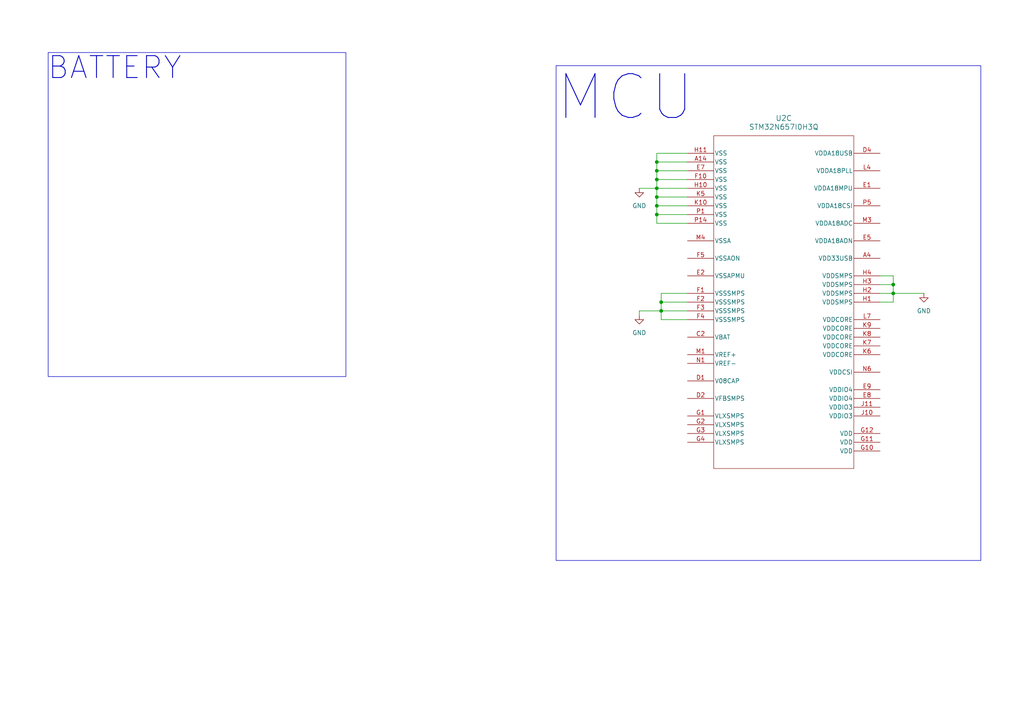
<source format=kicad_sch>
(kicad_sch (version 20250114) (generator "eeschema") (generator_version "9.0")
  (paper "A4")
  (lib_symbols
    (symbol "CustomFootPrints:STM32N657I0H3Q" (pin_names (offset 0.254))
      (property "Reference" "U" (at 0 80.01 0))
      (property "Value" "STM32N657I0H3Q" (at 0 77.47 0))
      (symbol "STM32N657I0H3Q_1_1"
        (polyline (pts (xy -20.32 74.93) (xy -20.32 -69.85)) (stroke (width 0.127)))
        (polyline (pts (xy -20.32 -69.85) (xy 20.32 -69.85)) (stroke (width 0.127)))
        (polyline (pts (xy 20.32 74.93) (xy -20.32 74.93)) (stroke (width 0.127)))
        (polyline (pts (xy 20.32 -69.85) (xy 20.32 74.93)) (stroke (width 0.127)))
        (pin bidirectional line (at -27.94 69.85 0) (length 7.62) (name "PA0") (number "P10"))
        (pin bidirectional line (at -27.94 67.31 0) (length 7.62) (name "PA1") (number "L9"))
        (pin bidirectional line (at -27.94 64.77 0) (length 7.62) (name "PA2") (number "N8"))
        (pin bidirectional line (at -27.94 62.23 0) (length 7.62) (name "PA3") (number "K11"))
        (pin bidirectional line (at -27.94 59.69 0) (length 7.62) (name "PA5") (number "M8"))
        (pin bidirectional line (at -27.94 57.15 0) (length 7.62) (name "PA6") (number "L8"))
        (pin bidirectional line (at -27.94 54.61 0) (length 7.62) (name "PA7") (number "P12"))
        (pin bidirectional line (at -27.94 52.07 0) (length 7.62) (name "PA8") (number "P8"))
        (pin bidirectional line (at -27.94 49.53 0) (length 7.62) (name "PA9") (number "M7"))
        (pin bidirectional line (at -27.94 46.99 0) (length 7.62) (name "PA10") (number "N7"))
        (pin bidirectional line (at -27.94 44.45 0) (length 7.62) (name "PA11") (number "M6"))
        (pin bidirectional line (at -27.94 41.91 0) (length 7.62) (name "PA12") (number "L6"))
        (pin bidirectional line (at -27.94 39.37 0) (length 7.62) (name "PA13") (number "P7"))
        (pin bidirectional line (at -27.94 36.83 0) (length 7.62) (name "PA14") (number "P6"))
        (pin bidirectional line (at -27.94 34.29 0) (length 7.62) (name "PA15") (number "N12"))
        (pin bidirectional line (at -27.94 29.21 0) (length 7.62) (name "PB0") (number "G14"))
        (pin bidirectional line (at -27.94 26.67 0) (length 7.62) (name "PB2") (number "E13"))
        (pin bidirectional line (at -27.94 24.13 0) (length 7.62) (name "PB3") (number "E12"))
        (pin bidirectional line (at -27.94 21.59 0) (length 7.62) (name "PB4") (number "L11"))
        (pin bidirectional line (at -27.94 19.05 0) (length 7.62) (name "PB5") (number "M11"))
        (pin bidirectional line (at -27.94 16.51 0) (length 7.62) (name "PB6") (number "H14"))
        (pin bidirectional line (at -27.94 13.97 0) (length 7.62) (name "PB7") (number "H13"))
        (pin bidirectional line (at -27.94 11.43 0) (length 7.62) (name "PB10") (number "P11"))
        (pin bidirectional line (at -27.94 8.89 0) (length 7.62) (name "PB11") (number "L10"))
        (pin bidirectional line (at -27.94 6.35 0) (length 7.62) (name "PB12") (number "M10"))
        (pin bidirectional line (at -27.94 1.27 0) (length 7.62) (name "PC1") (number "B8"))
        (pin bidirectional line (at -27.94 -1.27 0) (length 7.62) (name "PC6") (number "A8"))
        (pin bidirectional line (at -27.94 -3.81 0) (length 7.62) (name "PC7") (number "A9"))
        (pin bidirectional line (at -27.94 -6.35 0) (length 7.62) (name "PC8") (number "C6"))
        (pin bidirectional line (at -27.94 -8.89 0) (length 7.62) (name "PC9") (number "D6"))
        (pin bidirectional line (at -27.94 -11.43 0) (length 7.62) (name "PC10") (number "D8"))
        (pin bidirectional line (at -27.94 -13.97 0) (length 7.62) (name "PC11") (number "C7"))
        (pin bidirectional line (at -27.94 -16.51 0) (length 7.62) (name "PC12") (number "D7"))
        (pin bidirectional line (at -27.94 -19.05 0) (length 7.62) (name "PC13") (number "C3"))
        (pin bidirectional line (at -27.94 -21.59 0) (length 7.62) (name "PD1") (number "B12"))
        (pin bidirectional line (at -27.94 -24.13 0) (length 7.62) (name "PE13") (number "C10"))
        (pin bidirectional line (at -27.94 -29.21 0) (length 7.62) (name "PD0") (number "A12"))
        (pin bidirectional line (at -27.94 -31.75 0) (length 7.62) (name "PD2") (number "E10"))
        (pin bidirectional line (at -27.94 -34.29 0) (length 7.62) (name "PD3") (number "A13"))
        (pin bidirectional line (at -27.94 -36.83 0) (length 7.62) (name "PD4") (number "B13"))
        (pin bidirectional line (at -27.94 -39.37 0) (length 7.62) (name "PD5") (number "D14"))
        (pin bidirectional line (at -27.94 -41.91 0) (length 7.62) (name "PD6") (number "A11"))
        (pin bidirectional line (at -27.94 -44.45 0) (length 7.62) (name "PD7") (number "B11"))
        (pin bidirectional line (at -27.94 -46.99 0) (length 7.62) (name "PD8") (number "D13"))
        (pin bidirectional line (at -27.94 -49.53 0) (length 7.62) (name "PD9") (number "H12"))
        (pin bidirectional line (at -27.94 -52.07 0) (length 7.62) (name "PD10") (number "C11"))
        (pin bidirectional line (at -27.94 -54.61 0) (length 7.62) (name "PD11") (number "F11"))
        (pin bidirectional line (at -27.94 -57.15 0) (length 7.62) (name "PD12") (number "E11"))
        (pin bidirectional line (at -27.94 -59.69 0) (length 7.62) (name "PD13") (number "E14"))
        (pin bidirectional line (at -27.94 -62.23 0) (length 7.62) (name "PD14") (number "D12"))
        (pin bidirectional line (at -27.94 -64.77 0) (length 7.62) (name "PD15") (number "C12"))
        (pin bidirectional line (at 27.94 41.91 180) (length 7.62) (name "PH9") (number "C8"))
        (pin bidirectional line (at 27.94 39.37 180) (length 7.62) (name "PH2") (number "E6"))
        (pin bidirectional line (at 27.94 36.83 180) (length 7.62) (name "PH1-OSC_OUT") (number "A7"))
        (pin bidirectional line (at 27.94 34.29 180) (length 7.62) (name "PH0-OSC_IN") (number "B7"))
        (pin bidirectional line (at 27.94 29.21 180) (length 7.62) (name "PG15") (number "M5"))
        (pin bidirectional line (at 27.94 26.67 180) (length 7.62) (name "PG14") (number "L5"))
        (pin bidirectional line (at 27.94 24.13 180) (length 7.62) (name "PG13") (number "P9"))
        (pin bidirectional line (at 27.94 21.59 180) (length 7.62) (name "PG12") (number "N9"))
        (pin bidirectional line (at 27.94 19.05 180) (length 7.62) (name "PG10") (number "N10"))
        (pin bidirectional line (at 27.94 16.51 180) (length 7.62) (name "PG8") (number "L12"))
        (pin bidirectional line (at 27.94 13.97 180) (length 7.62) (name "PG2") (number "N11"))
        (pin bidirectional line (at 27.94 11.43 180) (length 7.62) (name "PG1") (number "M9"))
        (pin bidirectional line (at 27.94 8.89 180) (length 7.62) (name "PG0") (number "M12"))
        (pin bidirectional line (at 27.94 3.81 180) (length 7.62) (name "PF15") (number "K3"))
        (pin bidirectional line (at 27.94 1.27 180) (length 7.62) (name "PF14") (number "K2"))
        (pin bidirectional line (at 27.94 -1.27 180) (length 7.62) (name "PF13") (number "M2"))
        (pin bidirectional line (at 27.94 -3.81 180) (length 7.62) (name "PF12") (number "L3"))
        (pin bidirectional line (at 27.94 -6.35 180) (length 7.62) (name "PF11") (number "L2"))
        (pin bidirectional line (at 27.94 -8.89 180) (length 7.62) (name "PF10") (number "J3"))
        (pin bidirectional line (at 27.94 -11.43 180) (length 7.62) (name "PF8") (number "L1"))
        (pin bidirectional line (at 27.94 -13.97 180) (length 7.62) (name "PF7") (number "K4"))
        (pin bidirectional line (at 27.94 -16.51 180) (length 7.62) (name "PF6") (number "J2"))
        (pin bidirectional line (at 27.94 -19.05 180) (length 7.62) (name "PF5") (number "J4"))
        (pin bidirectional line (at 27.94 -21.59 180) (length 7.62) (name "PF4") (number "J1"))
        (pin bidirectional line (at 27.94 -24.13 180) (length 7.62) (name "PF3") (number "J5"))
        (pin bidirectional line (at 27.94 -26.67 180) (length 7.62) (name "PF2") (number "K1"))
        (pin bidirectional line (at 27.94 -31.75 180) (length 7.62) (name "PE15") (number "B10"))
        (pin bidirectional line (at 27.94 -34.29 180) (length 7.62) (name "PE14") (number "C9"))
        (pin bidirectional line (at 27.94 -36.83 180) (length 7.62) (name "PE12") (number "D10"))
        (pin bidirectional line (at 27.94 -39.37 180) (length 7.62) (name "PE11") (number "B9"))
        (pin bidirectional line (at 27.94 -41.91 180) (length 7.62) (name "PE10") (number "C14"))
        (pin bidirectional line (at 27.94 -44.45 180) (length 7.62) (name "PE9") (number "B14"))
        (pin bidirectional line (at 27.94 -46.99 180) (length 7.62) (name "PE8") (number "C13"))
        (pin bidirectional line (at 27.94 -49.53 180) (length 7.62) (name "PE7") (number "D11"))
        (pin bidirectional line (at 27.94 -52.07 180) (length 7.62) (name "PE6") (number "A10"))
        (pin bidirectional line (at 27.94 -54.61 180) (length 7.62) (name "PE5") (number "D9"))
        (pin bidirectional line (at 27.94 -57.15 180) (length 7.62) (name "PE3") (number "G13"))
        (pin bidirectional line (at 27.94 -59.69 180) (length 7.62) (name "PE2") (number "F14"))
        (pin bidirectional line (at 27.94 -62.23 180) (length 7.62) (name "PE1") (number "F13"))
        (pin bidirectional line (at 27.94 -64.77 180) (length 7.62) (name "PE0") (number "F12"))
      )
      (symbol "STM32N657I0H3Q_2_1"
        (polyline (pts (xy 7.62 5.08) (xy 7.62 -68.58)) (stroke (width 0.127)))
        (polyline (pts (xy 7.62 -68.58) (xy 63.5 -68.58)) (stroke (width 0.127)))
        (polyline (pts (xy 63.5 5.08) (xy 7.62 5.08)) (stroke (width 0.127)))
        (polyline (pts (xy 63.5 -68.58) (xy 63.5 5.08)) (stroke (width 0.127)))
        (pin bidirectional line (at 0 0 0) (length 7.62) (name "PN0") (number "M13"))
        (pin bidirectional line (at 0 -2.54 0) (length 7.62) (name "PN1") (number "P13"))
        (pin bidirectional line (at 0 -5.08 0) (length 7.62) (name "PN2") (number "L13"))
        (pin bidirectional line (at 0 -7.62 0) (length 7.62) (name "PN3") (number "N13"))
        (pin bidirectional line (at 0 -10.16 0) (length 7.62) (name "PN4") (number "J13"))
        (pin bidirectional line (at 0 -12.7 0) (length 7.62) (name "PN5") (number "K14"))
        (pin bidirectional line (at 0 -15.24 0) (length 7.62) (name "PN6") (number "K12"))
        (pin bidirectional line (at 0 -17.78 0) (length 7.62) (name "PN7") (number "K13"))
        (pin bidirectional line (at 0 -20.32 0) (length 7.62) (name "PN8") (number "J14"))
        (pin bidirectional line (at 0 -22.86 0) (length 7.62) (name "PN9") (number "L14"))
        (pin bidirectional line (at 0 -25.4 0) (length 7.62) (name "PN10") (number "M14"))
        (pin bidirectional line (at 0 -27.94 0) (length 7.62) (name "PN11") (number "N14"))
        (pin bidirectional line (at 0 -30.48 0) (length 7.62) (name "PN12") (number "J12"))
        (pin input line (at 0 -35.56 0) (length 7.62) (name "CSI_CKN") (number "N3"))
        (pin input line (at 0 -38.1 0) (length 7.62) (name "CSI_CKP") (number "P3"))
        (pin input line (at 0 -43.18 0) (length 7.62) (name "CSI_D0N") (number "N4"))
        (pin input line (at 0 -45.72 0) (length 7.62) (name "CSI_D1N") (number "N2"))
        (pin input line (at 0 -50.8 0) (length 7.62) (name "CSI_D0P") (number "P4"))
        (pin input line (at 0 -53.34 0) (length 7.62) (name "CSI_D1P") (number "P2"))
        (pin bidirectional line (at 0 -58.42 0) (length 7.62) (name "UCPD1_CC1") (number "A6"))
        (pin bidirectional line (at 0 -60.96 0) (length 7.62) (name "UCPD1_CC2") (number "B6"))
        (pin bidirectional line (at 71.12 0 180) (length 7.62) (name "PC15-OSC32_OUT") (number "C1"))
        (pin bidirectional line (at 71.12 -2.54 180) (length 7.62) (name "PC14-OSC32_IN") (number "B1"))
        (pin bidirectional line (at 71.12 -7.62 180) (length 7.62) (name "OTG2_TXRTUNE") (number "B4"))
        (pin bidirectional line (at 71.12 -10.16 180) (length 7.62) (name "OTG1_TXRTUNE") (number "D5"))
        (pin no_connect line (at 71.12 -15.24 180) (length 7.62) (name "NC") (number "C4"))
        (pin no_connect line (at 71.12 -17.78 180) (length 7.62) (name "NC") (number "A3"))
        (pin bidirectional line (at 71.12 -22.86 180) (length 7.62) (name "OTG2_HSDP") (number "B2"))
        (pin bidirectional line (at 71.12 -25.4 180) (length 7.62) (name "OTG1_HSDP") (number "B5"))
        (pin bidirectional line (at 71.12 -30.48 180) (length 7.62) (name "OTG2_HSDM") (number "A2"))
        (pin bidirectional line (at 71.12 -33.02 180) (length 7.62) (name "OTG1_HSDM") (number "A5"))
        (pin bidirectional line (at 71.12 -38.1 180) (length 7.62) (name "CSI_REXT") (number "N5"))
        (pin bidirectional line (at 71.12 -43.18 180) (length 7.62) (name "OTG2_ID") (number "C5"))
        (pin bidirectional line (at 71.12 -45.72 180) (length 7.62) (name "OTG1_ID") (number "B3"))
        (pin input line (at 71.12 -50.8 180) (length 7.62) (name "PWR_ON") (number "E3"))
        (pin input line (at 71.12 -53.34 180) (length 7.62) (name "PDR_ON") (number "A1"))
        (pin input line (at 71.12 -58.42 180) (length 7.62) (name "BOOT0") (number "D3"))
        (pin input line (at 71.12 -63.5 180) (length 7.62) (name "NRST") (number "E4"))
      )
      (symbol "STM32N657I0H3Q_3_1"
        (polyline (pts (xy 7.62 5.08) (xy 7.62 -91.44)) (stroke (width 0.127)))
        (polyline (pts (xy 7.62 -91.44) (xy 48.26 -91.44)) (stroke (width 0.127)))
        (polyline (pts (xy 48.26 5.08) (xy 7.62 5.08)) (stroke (width 0.127)))
        (polyline (pts (xy 48.26 -91.44) (xy 48.26 5.08)) (stroke (width 0.127)))
        (pin power_in line (at 0 0 0) (length 7.62) (name "VSS") (number "H11"))
        (pin power_in line (at 0 -2.54 0) (length 7.62) (name "VSS") (number "A14"))
        (pin power_in line (at 0 -5.08 0) (length 7.62) (name "VSS") (number "E7"))
        (pin power_in line (at 0 -7.62 0) (length 7.62) (name "VSS") (number "F10"))
        (pin power_in line (at 0 -10.16 0) (length 7.62) (name "VSS") (number "H10"))
        (pin power_in line (at 0 -12.7 0) (length 7.62) (name "VSS") (number "K5"))
        (pin power_in line (at 0 -15.24 0) (length 7.62) (name "VSS") (number "K10"))
        (pin power_in line (at 0 -17.78 0) (length 7.62) (name "VSS") (number "P1"))
        (pin power_in line (at 0 -20.32 0) (length 7.62) (name "VSS") (number "P14"))
        (pin power_in line (at 0 -25.4 0) (length 7.62) (name "VSSA") (number "M4"))
        (pin power_in line (at 0 -30.48 0) (length 7.62) (name "VSSAON") (number "F5"))
        (pin power_in line (at 0 -35.56 0) (length 7.62) (name "VSSAPMU") (number "E2"))
        (pin power_in line (at 0 -40.64 0) (length 7.62) (name "VSSSMPS") (number "F1"))
        (pin power_in line (at 0 -43.18 0) (length 7.62) (name "VSSSMPS") (number "F2"))
        (pin power_in line (at 0 -45.72 0) (length 7.62) (name "VSSSMPS") (number "F3"))
        (pin power_in line (at 0 -48.26 0) (length 7.62) (name "VSSSMPS") (number "F4"))
        (pin power_in line (at 0 -53.34 0) (length 7.62) (name "VBAT") (number "C2"))
        (pin power_in line (at 0 -58.42 0) (length 7.62) (name "VREF+") (number "M1"))
        (pin power_in line (at 0 -60.96 0) (length 7.62) (name "VREF-") (number "N1"))
        (pin power_in line (at 0 -66.04 0) (length 7.62) (name "V08CAP") (number "D1"))
        (pin power_in line (at 0 -71.12 0) (length 7.62) (name "VFBSMPS") (number "D2"))
        (pin power_in line (at 0 -76.2 0) (length 7.62) (name "VLXSMPS") (number "G1"))
        (pin power_in line (at 0 -78.74 0) (length 7.62) (name "VLXSMPS") (number "G2"))
        (pin power_in line (at 0 -81.28 0) (length 7.62) (name "VLXSMPS") (number "G3"))
        (pin power_in line (at 0 -83.82 0) (length 7.62) (name "VLXSMPS") (number "G4"))
        (pin power_in line (at 55.88 0 180) (length 7.62) (name "VDDA18USB") (number "D4"))
        (pin power_in line (at 55.88 -5.08 180) (length 7.62) (name "VDDA18PLL") (number "L4"))
        (pin power_in line (at 55.88 -10.16 180) (length 7.62) (name "VDDA18MPU") (number "E1"))
        (pin power_in line (at 55.88 -15.24 180) (length 7.62) (name "VDDA18CSI") (number "P5"))
        (pin power_in line (at 55.88 -20.32 180) (length 7.62) (name "VDDA18ADC") (number "M3"))
        (pin power_in line (at 55.88 -25.4 180) (length 7.62) (name "VDDA18AON") (number "E5"))
        (pin power_in line (at 55.88 -30.48 180) (length 7.62) (name "VDD33USB") (number "A4"))
        (pin power_in line (at 55.88 -35.56 180) (length 7.62) (name "VDDSMPS") (number "H4"))
        (pin power_in line (at 55.88 -38.1 180) (length 7.62) (name "VDDSMPS") (number "H3"))
        (pin power_in line (at 55.88 -40.64 180) (length 7.62) (name "VDDSMPS") (number "H2"))
        (pin power_in line (at 55.88 -43.18 180) (length 7.62) (name "VDDSMPS") (number "H1"))
        (pin power_in line (at 55.88 -48.26 180) (length 7.62) (name "VDDCORE") (number "L7"))
        (pin power_in line (at 55.88 -50.8 180) (length 7.62) (name "VDDCORE") (number "K9"))
        (pin power_in line (at 55.88 -53.34 180) (length 7.62) (name "VDDCORE") (number "K8"))
        (pin power_in line (at 55.88 -55.88 180) (length 7.62) (name "VDDCORE") (number "K7"))
        (pin power_in line (at 55.88 -58.42 180) (length 7.62) (name "VDDCORE") (number "K6"))
        (pin power_in line (at 55.88 -63.5 180) (length 7.62) (name "VDDCSI") (number "N6"))
        (pin power_in line (at 55.88 -68.58 180) (length 7.62) (name "VDDIO4") (number "E9"))
        (pin power_in line (at 55.88 -71.12 180) (length 7.62) (name "VDDIO4") (number "E8"))
        (pin power_in line (at 55.88 -73.66 180) (length 7.62) (name "VDDIO3") (number "J11"))
        (pin power_in line (at 55.88 -76.2 180) (length 7.62) (name "VDDIO3") (number "J10"))
        (pin power_in line (at 55.88 -81.28 180) (length 7.62) (name "VDD") (number "G12"))
        (pin power_in line (at 55.88 -83.82 180) (length 7.62) (name "VDD") (number "G11"))
        (pin power_in line (at 55.88 -86.36 180) (length 7.62) (name "VDD") (number "G10"))
      )
    )
    (symbol "power:GND" (power) (pin_numbers (hide yes)) (pin_names (offset 0) (hide yes))
      (property "Value" "GND" (at 0 -3.81 0))
      (symbol "GND_0_1"
        (polyline (pts (xy 0 0) (xy 0 -1.27) (xy 1.27 -1.27) (xy 0 -2.54) (xy -1.27 -1.27) (xy 0 -1.27)))
      )
      (symbol "GND_1_1"
        (pin power_in line (at 0 0 270) (length 0) (name "~") (number "1"))
      )
    )
  )
  (rectangle (start 13.97 15.24) (end 100.33 109.22))
  (rectangle (start 161.29 19.05) (end 284.48 162.56))
  (text "BATTERY" (at 33.274 19.812 0) (effects (font (size 6.35 6.35) (thickness 0.254) (bold yes))))
  (text "MCU" (at 181.356 28.448 0) (effects (font (size 12.7 12.7) (thickness 0.254) (bold yes))))
  (junction (at 190.5 57.15))
  (junction (at 190.5 62.23))
  (junction (at 191.77 90.17))
  (junction (at 259.08 82.55))
  (junction (at 190.5 46.99))
  (junction (at 190.5 54.61))
  (junction (at 191.77 87.63))
  (junction (at 190.5 49.53))
  (junction (at 259.08 85.09))
  (junction (at 190.5 52.07))
  (junction (at 190.5 59.69))
  (wire (pts (xy 259.08 85.09) (xy 259.08 87.63)))
  (wire (pts (xy 185.42 90.17) (xy 191.77 90.17)))
  (wire (pts (xy 185.42 54.61) (xy 190.5 54.61)))
  (wire (pts (xy 190.5 46.99) (xy 190.5 49.53)))
  (wire (pts (xy 255.27 85.09) (xy 259.08 85.09)))
  (wire (pts (xy 191.77 87.63) (xy 199.39 87.63)))
  (wire (pts (xy 255.27 82.55) (xy 259.08 82.55)))
  (wire (pts (xy 185.42 90.17) (xy 185.42 91.44)))
  (wire (pts (xy 259.08 85.09) (xy 267.97 85.09)))
  (wire (pts (xy 190.5 49.53) (xy 199.39 49.53)))
  (wire (pts (xy 190.5 52.07) (xy 199.39 52.07)))
  (wire (pts (xy 190.5 54.61) (xy 199.39 54.61)))
  (wire (pts (xy 199.39 46.99) (xy 190.5 46.99)))
  (wire (pts (xy 190.5 64.77) (xy 199.39 64.77)))
  (wire (pts (xy 191.77 92.71) (xy 199.39 92.71)))
  (wire (pts (xy 190.5 57.15) (xy 199.39 57.15)))
  (wire (pts (xy 199.39 44.45) (xy 190.5 44.45)))
  (wire (pts (xy 190.5 49.53) (xy 190.5 52.07)))
  (wire (pts (xy 259.08 80.01) (xy 259.08 82.55)))
  (wire (pts (xy 190.5 52.07) (xy 190.5 54.61)))
  (wire (pts (xy 191.77 87.63) (xy 191.77 90.17)))
  (wire (pts (xy 199.39 85.09) (xy 191.77 85.09)))
  (wire (pts (xy 259.08 87.63) (xy 255.27 87.63)))
  (wire (pts (xy 190.5 62.23) (xy 190.5 64.77)))
  (wire (pts (xy 190.5 54.61) (xy 190.5 57.15)))
  (wire (pts (xy 191.77 85.09) (xy 191.77 87.63)))
  (wire (pts (xy 190.5 57.15) (xy 190.5 59.69)))
  (wire (pts (xy 190.5 62.23) (xy 199.39 62.23)))
  (wire (pts (xy 191.77 90.17) (xy 199.39 90.17)))
  (wire (pts (xy 255.27 80.01) (xy 259.08 80.01)))
  (wire (pts (xy 190.5 59.69) (xy 199.39 59.69)))
  (wire (pts (xy 259.08 82.55) (xy 259.08 85.09)))
  (wire (pts (xy 190.5 59.69) (xy 190.5 62.23)))
  (wire (pts (xy 190.5 44.45) (xy 190.5 46.99)))
  (wire (pts (xy 191.77 90.17) (xy 191.77 92.71)))
  (symbol (lib_id "power:GND") (at 185.42 54.61 0) (unit 1)
    (property "Reference" "#PWR01" (effects (hide yes)))
    (property "Value" "GND" (at 185.42 59.69 0))
    (property "Description" "Power symbol creates a global label with name \"GND\" , ground" (effects (hide yes)))
  )
  (symbol (lib_id "CustomFootPrints:STM32N657I0H3Q") (at 199.39 44.45 0) (unit 3)
    (property "Reference" "U2" (at 227.33 34.29 0) (effects (font (size 1.524 1.524))))
    (property "Value" "STM32N657I0H3Q" (at 227.33 36.83 0) (effects (font (size 1.524 1.524))))
    (property "Footprint" "VFBGA178_12X12_STM" (effects (hide yes)))
    (property "Datasheet" "https://www.st.com/resource/en/datasheet/stm32n657a0.pdf" (effects (hide yes)))
  )
  (symbol (lib_id "power:GND") (at 185.42 91.44 0) (unit 1)
    (property "Reference" "#PWR02" (effects (hide yes)))
    (property "Value" "GND" (at 185.42 96.52 0))
    (property "Description" "Power symbol creates a global label with name \"GND\" , ground" (effects (hide yes)))
  )
  (symbol (lib_id "power:GND") (at 267.97 85.09 0) (unit 1)
    (property "Reference" "#PWR03" (effects (hide yes)))
    (property "Value" "GND" (at 267.97 90.17 0))
    (property "Description" "Power symbol creates a global label with name \"GND\" , ground" (effects (hide yes)))
  )
)
</source>
